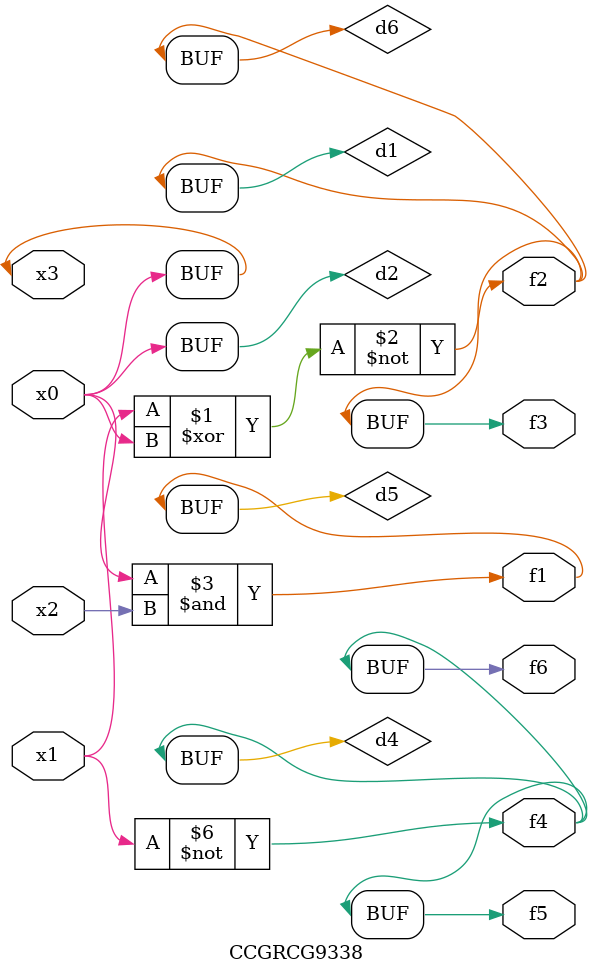
<source format=v>
module CCGRCG9338(
	input x0, x1, x2, x3,
	output f1, f2, f3, f4, f5, f6
);

	wire d1, d2, d3, d4, d5, d6;

	xnor (d1, x1, x3);
	buf (d2, x0, x3);
	nand (d3, x0, x2);
	not (d4, x1);
	nand (d5, d3);
	or (d6, d1);
	assign f1 = d5;
	assign f2 = d6;
	assign f3 = d6;
	assign f4 = d4;
	assign f5 = d4;
	assign f6 = d4;
endmodule

</source>
